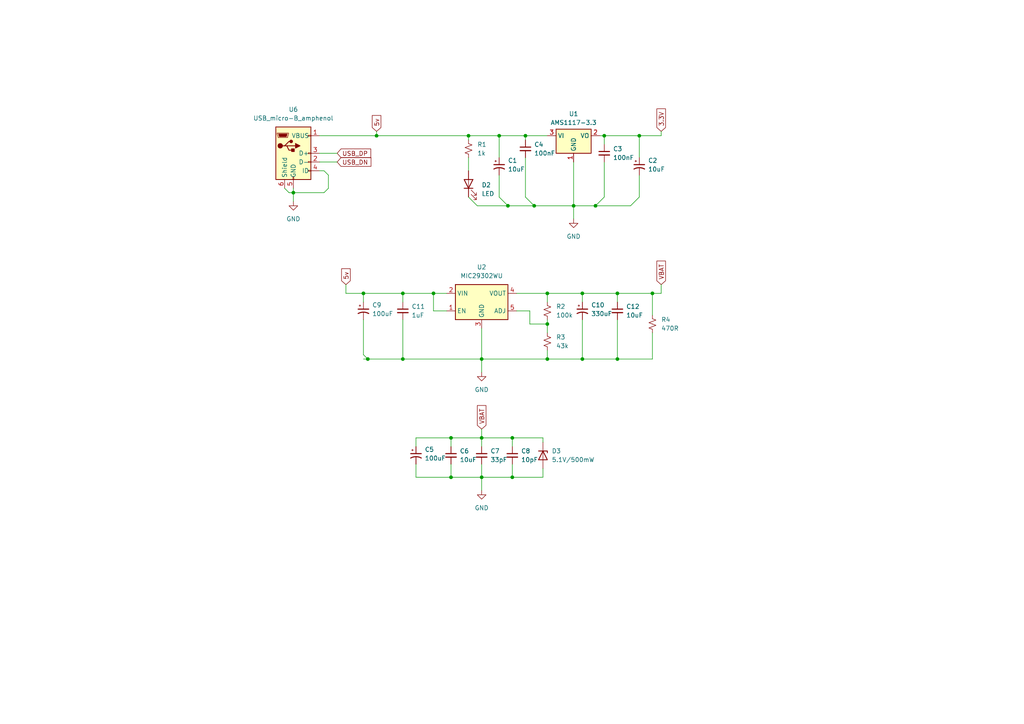
<source format=kicad_sch>
(kicad_sch (version 20230121) (generator eeschema)
  (paper "A4")
  (lib_symbols
    (symbol "Device:C_Polarized_Small_US" (pin_numbers hide) (pin_names (offset 0.254) hide)
      (property "Reference" "C" (at 0.254 1.778 0))
      (property "Value" "C_Polarized_Small_US" (at 0.254 -2.032 0))
      (symbol "C_Polarized_Small_US_0_1"
        (polyline (pts (xy -1.524 0.508) (xy 1.524 0.508)) (stroke (width 0.3048)))
        (polyline (pts (xy -1.27 1.524) (xy -0.762 1.524)))
        (polyline (pts (xy -1.016 1.27) (xy -1.016 1.778)))
        (arc (start 1.524 -0.762) (mid 0 -0.3734) (end -1.524 -0.762) (stroke (width 0.3048)))
      )
      (symbol "C_Polarized_Small_US_1_1"
        (pin passive line (at 0 2.54 270) (length 2.032) (name "~") (number "1"))
        (pin passive line (at 0 -2.54 90) (length 2.032) (name "~") (number "2"))
      )
    )
    (symbol "Device:C_Small" (pin_numbers hide) (pin_names (offset 0.254) hide)
      (property "Reference" "C" (at 0.254 1.778 0))
      (property "Value" "C_Small" (at 0.254 -2.032 0))
      (symbol "C_Small_0_1"
        (polyline (pts (xy -1.524 -0.508) (xy 1.524 -0.508)) (stroke (width 0.3302)))
        (polyline (pts (xy -1.524 0.508) (xy 1.524 0.508)) (stroke (width 0.3048)))
      )
      (symbol "C_Small_1_1"
        (pin passive line (at 0 2.54 270) (length 2.032) (name "~") (number "1"))
        (pin passive line (at 0 -2.54 90) (length 2.032) (name "~") (number "2"))
      )
    )
    (symbol "Device:D_Zener" (pin_numbers hide) (pin_names (offset 1.016) hide)
      (property "Reference" "D" (at 0 2.54 0))
      (property "Value" "D_Zener" (at 0 -2.54 0))
      (symbol "D_Zener_0_1"
        (polyline (pts (xy 1.27 0) (xy -1.27 0)))
        (polyline (pts (xy -1.27 -1.27) (xy -1.27 1.27) (xy -0.762 1.27)) (stroke (width 0.254)))
        (polyline (pts (xy 1.27 -1.27) (xy 1.27 1.27) (xy -1.27 0) (xy 1.27 -1.27)) (stroke (width 0.254)))
      )
      (symbol "D_Zener_1_1"
        (pin passive line (at -3.81 0 0) (length 2.54) (name "K") (number "1"))
        (pin passive line (at 3.81 0 180) (length 2.54) (name "A") (number "2"))
      )
    )
    (symbol "Device:LED" (pin_numbers hide) (pin_names (offset 1.016) hide)
      (property "Reference" "D" (at 0 2.54 0))
      (property "Value" "LED" (at 0 -2.54 0))
      (symbol "LED_0_1"
        (polyline (pts (xy -1.27 -1.27) (xy -1.27 1.27)) (stroke (width 0.254)))
        (polyline (pts (xy -1.27 0) (xy 1.27 0)))
        (polyline (pts (xy 1.27 -1.27) (xy 1.27 1.27) (xy -1.27 0) (xy 1.27 -1.27)) (stroke (width 0.254)))
        (polyline (pts (xy -3.048 -0.762) (xy -4.572 -2.286) (xy -3.81 -2.286) (xy -4.572 -2.286) (xy -4.572 -1.524)))
        (polyline (pts (xy -1.778 -0.762) (xy -3.302 -2.286) (xy -2.54 -2.286) (xy -3.302 -2.286) (xy -3.302 -1.524)))
      )
      (symbol "LED_1_1"
        (pin passive line (at -3.81 0 0) (length 2.54) (name "K") (number "1"))
        (pin passive line (at 3.81 0 180) (length 2.54) (name "A") (number "2"))
      )
    )
    (symbol "Device:R_Small_US" (pin_numbers hide) (pin_names (offset 0.254) hide)
      (property "Reference" "R" (at 0.762 0.508 0))
      (property "Value" "R_Small_US" (at 0.762 -1.016 0))
      (symbol "R_Small_US_1_1"
        (polyline (pts (xy 0 0) (xy 1.016 -0.381) (xy 0 -0.762) (xy -1.016 -1.143) (xy 0 -1.524)))
        (polyline (pts (xy 0 1.524) (xy 1.016 1.143) (xy 0 0.762) (xy -1.016 0.381) (xy 0 0)))
        (pin passive line (at 0 2.54 270) (length 1.016) (name "~") (number "1"))
        (pin passive line (at 0 -2.54 90) (length 1.016) (name "~") (number "2"))
      )
    )
    (symbol "My_Libraries:USB_B_micro"
      (property "Reference" "U" (at -6.35 6.35 0))
      (property "Value" "USB_micro-B_amphenol" (at 1.27 8.89 0))
      (symbol "USB_B_micro_0_1"
        (rectangle (start -5.08 -7.62) (end 5.08 7.62) (stroke (width 0.254)) (fill (type background)))
        (circle (center -3.81 2.159) (radius 0.635) (stroke (width 0.254)) (fill (type outline)))
        (circle (center -0.635 3.429) (radius 0.381) (stroke (width 0.254)) (fill (type outline)))
        (rectangle (start -0.127 -7.62) (end 0.127 -6.858))
        (polyline (pts (xy -1.905 2.159) (xy 0.635 2.159)) (stroke (width 0.254)))
        (polyline (pts (xy -3.175 2.159) (xy -2.54 2.159) (xy -1.27 3.429) (xy -0.635 3.429)) (stroke (width 0.254)))
        (polyline (pts (xy -2.54 2.159) (xy -1.905 2.159) (xy -1.27 0.889) (xy 0 0.889)) (stroke (width 0.254)))
        (polyline (pts (xy 0.635 2.794) (xy 0.635 1.524) (xy 1.905 2.159) (xy 0.635 2.794)) (stroke (width 0.254)) (fill (type outline)))
        (polyline (pts (xy -4.318 5.588) (xy -1.778 5.588) (xy -2.032 4.826) (xy -4.064 4.826) (xy -4.318 5.588)) (fill (type outline)))
        (polyline (pts (xy -4.699 5.842) (xy -4.699 5.588) (xy -4.445 4.826) (xy -4.445 4.572) (xy -1.651 4.572) (xy -1.651 4.826) (xy -1.397 5.588) (xy -1.397 5.842) (xy -4.699 5.842)))
        (rectangle (start 0.254 1.27) (end -0.508 0.508) (stroke (width 0.254)) (fill (type outline)))
        (rectangle (start 5.08 -5.207) (end 4.318 -4.953))
        (rectangle (start 5.08 -2.667) (end 4.318 -2.413))
        (rectangle (start 5.08 -0.127) (end 4.318 0.127))
        (rectangle (start 5.08 4.953) (end 4.318 5.207))
      )
      (symbol "USB_B_micro_1_1"
        (pin power_out line (at 7.62 5.08 180) (length 2.54) (name "VBUS") (number "1"))
        (pin bidirectional line (at 7.62 -2.54 180) (length 2.54) (name "D-") (number "2"))
        (pin bidirectional line (at 7.62 0 180) (length 2.54) (name "D+") (number "3"))
        (pin passive line (at 7.62 -5.08 180) (length 2.54) (name "ID") (number "4"))
        (pin power_out line (at 0 -10.16 90) (length 2.54) (name "GND") (number "5"))
        (pin passive line (at -2.54 -10.16 90) (length 2.54) (name "Shield") (number "6"))
      )
    )
    (symbol "Regulator_Linear:AMS1117-3.3"
      (property "Reference" "U" (at -3.81 3.175 0))
      (property "Value" "AMS1117-3.3" (at 0 3.175 0))
      (symbol "AMS1117-3.3_0_1"
        (rectangle (start -5.08 -5.08) (end 5.08 1.905) (stroke (width 0.254)) (fill (type background)))
      )
      (symbol "AMS1117-3.3_1_1"
        (pin power_in line (at 0 -7.62 90) (length 2.54) (name "GND") (number "1"))
        (pin power_out line (at 7.62 0 180) (length 2.54) (name "VO") (number "2"))
        (pin power_in line (at -7.62 0 0) (length 2.54) (name "VI") (number "3"))
      )
    )
    (symbol "Regulator_Linear:MIC29302WU"
      (property "Reference" "U" (at -6.35 6.35 0))
      (property "Value" "MIC29302WU" (at 2.54 6.35 0))
      (symbol "MIC29302WU_1_1"
        (rectangle (start -7.62 5.08) (end 7.62 -5.08) (stroke (width 0.254)) (fill (type background)))
        (pin input line (at -10.16 -2.54 0) (length 2.54) (name "EN") (number "1"))
        (pin power_in line (at -10.16 2.54 0) (length 2.54) (name "VIN") (number "2"))
        (pin power_in line (at 0 -7.62 90) (length 2.54) (name "GND") (number "3"))
        (pin power_out line (at 10.16 2.54 180) (length 2.54) (name "VOUT") (number "4"))
        (pin input line (at 10.16 -2.54 180) (length 2.54) (name "ADJ") (number "5"))
      )
    )
    (symbol "power:GND" (power) (pin_names (offset 0))
      (property "Value" "GND" (at 0 -3.81 0))
      (symbol "GND_0_1"
        (polyline (pts (xy 0 0) (xy 0 -1.27) (xy 1.27 -1.27) (xy 0 -2.54) (xy -1.27 -1.27) (xy 0 -1.27)))
      )
      (symbol "GND_1_1"
        (pin power_in line (at 0 0 270) (length 0) hide (name "GND") (number "1"))
      )
    )
  )
  (junction (at 105.41 85.09))
  (junction (at 179.07 104.14))
  (junction (at 130.81 138.43))
  (junction (at 152.4 39.37))
  (junction (at 179.07 85.09))
  (junction (at 125.73 85.09))
  (junction (at 148.59 138.43))
  (junction (at 168.91 104.14))
  (junction (at 139.7 138.43))
  (junction (at 158.75 104.14))
  (junction (at 168.91 85.09))
  (junction (at 158.75 93.98))
  (junction (at 139.7 104.14))
  (junction (at 139.7 127))
  (junction (at 166.37 59.69))
  (junction (at 130.81 127))
  (junction (at 158.75 85.09))
  (junction (at 135.89 39.37))
  (junction (at 144.78 39.37))
  (junction (at 116.84 85.09))
  (junction (at 148.59 127))
  (junction (at 109.22 39.37))
  (junction (at 116.84 104.14))
  (junction (at 85.09 55.88))
  (junction (at 185.42 39.37))
  (junction (at 172.72 59.69))
  (junction (at 106.68 104.14))
  (junction (at 147.32 59.69))
  (junction (at 154.94 59.69))
  (junction (at 175.26 39.37))
  (junction (at 189.23 85.09))
  (wire (pts (xy 139.7 104.14) (xy 158.75 104.14)))
  (wire (pts (xy 152.4 57.15) (xy 154.94 59.69)))
  (wire (pts (xy 148.59 138.43) (xy 148.59 134.62)))
  (wire (pts (xy 179.07 92.71) (xy 179.07 104.14)))
  (wire (pts (xy 158.75 85.09) (xy 158.75 87.63)))
  (wire (pts (xy 125.73 85.09) (xy 129.54 85.09)))
  (wire (pts (xy 185.42 57.15) (xy 182.88 59.69)))
  (wire (pts (xy 85.09 55.88) (xy 93.98 55.88)))
  (wire (pts (xy 135.89 39.37) (xy 144.78 39.37)))
  (wire (pts (xy 83.82 55.88) (xy 85.09 55.88)))
  (wire (pts (xy 185.42 39.37) (xy 185.42 45.72)))
  (wire (pts (xy 92.71 44.45) (xy 97.79 44.45)))
  (wire (pts (xy 138.43 59.69) (xy 147.32 59.69)))
  (wire (pts (xy 153.67 93.98) (xy 158.75 93.98)))
  (wire (pts (xy 139.7 95.25) (xy 139.7 104.14)))
  (wire (pts (xy 158.75 85.09) (xy 168.91 85.09)))
  (wire (pts (xy 106.68 104.14) (xy 116.84 104.14)))
  (wire (pts (xy 157.48 135.89) (xy 157.48 138.43)))
  (wire (pts (xy 179.07 87.63) (xy 179.07 85.09)))
  (wire (pts (xy 109.22 38.1) (xy 109.22 39.37)))
  (wire (pts (xy 135.89 45.72) (xy 135.89 49.53)))
  (wire (pts (xy 105.41 102.87) (xy 106.68 104.14)))
  (wire (pts (xy 125.73 90.17) (xy 125.73 85.09)))
  (wire (pts (xy 153.67 90.17) (xy 153.67 93.98)))
  (wire (pts (xy 168.91 85.09) (xy 168.91 87.63)))
  (wire (pts (xy 166.37 59.69) (xy 172.72 59.69)))
  (wire (pts (xy 158.75 104.14) (xy 168.91 104.14)))
  (wire (pts (xy 166.37 59.69) (xy 166.37 63.5)))
  (wire (pts (xy 139.7 138.43) (xy 139.7 142.24)))
  (wire (pts (xy 185.42 50.8) (xy 185.42 57.15)))
  (wire (pts (xy 139.7 104.14) (xy 139.7 107.95)))
  (wire (pts (xy 100.33 85.09) (xy 105.41 85.09)))
  (wire (pts (xy 95.25 54.61) (xy 93.98 55.88)))
  (wire (pts (xy 144.78 39.37) (xy 144.78 45.72)))
  (wire (pts (xy 144.78 57.15) (xy 147.32 59.69)))
  (wire (pts (xy 175.26 46.99) (xy 175.26 57.15)))
  (wire (pts (xy 179.07 104.14) (xy 189.23 104.14)))
  (wire (pts (xy 191.77 82.55) (xy 191.77 85.09)))
  (wire (pts (xy 191.77 39.37) (xy 191.77 38.1)))
  (wire (pts (xy 172.72 59.69) (xy 182.88 59.69)))
  (wire (pts (xy 152.4 45.72) (xy 152.4 57.15)))
  (wire (pts (xy 144.78 39.37) (xy 152.4 39.37)))
  (wire (pts (xy 100.33 82.55) (xy 100.33 85.09)))
  (wire (pts (xy 175.26 39.37) (xy 175.26 41.91)))
  (wire (pts (xy 105.41 85.09) (xy 116.84 85.09)))
  (wire (pts (xy 129.54 90.17) (xy 125.73 90.17)))
  (wire (pts (xy 149.86 90.17) (xy 153.67 90.17)))
  (wire (pts (xy 105.41 104.14) (xy 106.68 104.14)))
  (wire (pts (xy 148.59 127) (xy 157.48 127)))
  (wire (pts (xy 157.48 128.27) (xy 157.48 127)))
  (wire (pts (xy 130.81 134.62) (xy 130.81 138.43)))
  (wire (pts (xy 139.7 134.62) (xy 139.7 138.43)))
  (wire (pts (xy 139.7 138.43) (xy 148.59 138.43)))
  (wire (pts (xy 109.22 39.37) (xy 135.89 39.37)))
  (wire (pts (xy 175.26 39.37) (xy 185.42 39.37)))
  (wire (pts (xy 120.65 134.62) (xy 120.65 138.43)))
  (wire (pts (xy 120.65 129.54) (xy 120.65 127)))
  (wire (pts (xy 93.98 49.53) (xy 95.25 50.8)))
  (wire (pts (xy 168.91 92.71) (xy 168.91 104.14)))
  (wire (pts (xy 185.42 39.37) (xy 191.77 39.37)))
  (wire (pts (xy 120.65 138.43) (xy 130.81 138.43)))
  (wire (pts (xy 82.55 54.61) (xy 83.82 55.88)))
  (wire (pts (xy 189.23 85.09) (xy 191.77 85.09)))
  (wire (pts (xy 139.7 127) (xy 148.59 127)))
  (wire (pts (xy 130.81 127) (xy 139.7 127)))
  (wire (pts (xy 166.37 46.99) (xy 166.37 59.69)))
  (wire (pts (xy 168.91 104.14) (xy 179.07 104.14)))
  (wire (pts (xy 152.4 39.37) (xy 152.4 40.64)))
  (wire (pts (xy 130.81 138.43) (xy 139.7 138.43)))
  (wire (pts (xy 158.75 92.71) (xy 158.75 93.98)))
  (wire (pts (xy 116.84 104.14) (xy 139.7 104.14)))
  (wire (pts (xy 148.59 127) (xy 148.59 129.54)))
  (wire (pts (xy 92.71 49.53) (xy 93.98 49.53)))
  (wire (pts (xy 189.23 104.14) (xy 189.23 96.52)))
  (wire (pts (xy 92.71 39.37) (xy 109.22 39.37)))
  (wire (pts (xy 135.89 39.37) (xy 135.89 40.64)))
  (wire (pts (xy 116.84 85.09) (xy 125.73 85.09)))
  (wire (pts (xy 149.86 85.09) (xy 158.75 85.09)))
  (wire (pts (xy 139.7 124.46) (xy 139.7 127)))
  (wire (pts (xy 116.84 92.71) (xy 116.84 104.14)))
  (wire (pts (xy 95.25 50.8) (xy 95.25 54.61)))
  (wire (pts (xy 179.07 85.09) (xy 189.23 85.09)))
  (wire (pts (xy 85.09 55.88) (xy 85.09 58.42)))
  (wire (pts (xy 85.09 54.61) (xy 85.09 55.88)))
  (wire (pts (xy 105.41 85.09) (xy 105.41 87.63)))
  (wire (pts (xy 130.81 127) (xy 130.81 129.54)))
  (wire (pts (xy 116.84 85.09) (xy 116.84 87.63)))
  (wire (pts (xy 154.94 59.69) (xy 166.37 59.69)))
  (wire (pts (xy 139.7 127) (xy 139.7 129.54)))
  (wire (pts (xy 158.75 39.37) (xy 152.4 39.37)))
  (wire (pts (xy 175.26 57.15) (xy 172.72 59.69)))
  (wire (pts (xy 158.75 101.6) (xy 158.75 104.14)))
  (wire (pts (xy 157.48 138.43) (xy 148.59 138.43)))
  (wire (pts (xy 105.41 92.71) (xy 105.41 102.87)))
  (wire (pts (xy 147.32 59.69) (xy 154.94 59.69)))
  (wire (pts (xy 120.65 127) (xy 130.81 127)))
  (wire (pts (xy 179.07 85.09) (xy 168.91 85.09)))
  (wire (pts (xy 135.89 57.15) (xy 138.43 59.69)))
  (wire (pts (xy 158.75 93.98) (xy 158.75 96.52)))
  (wire (pts (xy 144.78 50.8) (xy 144.78 57.15)))
  (wire (pts (xy 92.71 46.99) (xy 97.79 46.99)))
  (wire (pts (xy 173.99 39.37) (xy 175.26 39.37)))
  (wire (pts (xy 189.23 85.09) (xy 189.23 91.44)))
  (global_label "USB_DP" (shape input) (at 97.79 44.45 0) (property "Intersheetrefs" "${INTERSHEET_REFS}" (effects hide)))
  (global_label "VBAT" (shape input) (at 191.77 82.55 90) (property "Intersheetrefs" "${INTERSHEET_REFS}" (effects hide)))
  (global_label "USB_DN" (shape input) (at 97.79 46.99 0) (property "Intersheetrefs" "${INTERSHEET_REFS}" (effects hide)))
  (global_label "3.3V" (shape input) (at 191.77 38.1 90) (property "Intersheetrefs" "${INTERSHEET_REFS}" (effects hide)))
  (global_label "5v" (shape input) (at 109.22 38.1 90) (property "Intersheetrefs" "${INTERSHEET_REFS}" (effects hide)))
  (global_label "5v" (shape input) (at 100.33 82.55 90) (property "Intersheetrefs" "${INTERSHEET_REFS}" (effects hide)))
  (global_label "VBAT" (shape input) (at 139.7 124.46 90) (property "Intersheetrefs" "${INTERSHEET_REFS}" (effects hide)))
  (symbol (lib_id "Device:C_Polarized_Small_US") (at 168.91 90.17 0) (unit 1)
    (property "Reference" "C10" (at 171.45 88.4682 0) (effects (justify left)))
    (property "Value" "330uF" (at 171.45 91.0082 0) (effects (justify left)))
    (property "Footprint" "Capacitor_SMD:CP_Elec_8x10" (effects hide))
  )
  (symbol (lib_id "Device:C_Small") (at 139.7 132.08 0) (unit 1)
    (property "Reference" "C7" (at 142.24 130.8163 0) (effects (justify left)))
    (property "Value" "33pF" (at 142.24 133.3563 0) (effects (justify left)))
    (property "Footprint" "Capacitor_SMD:C_0603_1608Metric_Pad1.08x0.95mm_HandSolder" (effects hide))
  )
  (symbol (lib_id "Device:R_Small_US") (at 158.75 99.06 0) (unit 1)
    (property "Reference" "R3" (at 161.29 97.79 0) (effects (justify left)))
    (property "Value" "43k" (at 161.29 100.33 0) (effects (justify left)))
    (property "Footprint" "Resistor_SMD:R_0603_1608Metric_Pad0.98x0.95mm_HandSolder" (effects hide))
  )
  (symbol (lib_id "Regulator_Linear:AMS1117-3.3") (at 166.37 39.37 0) (unit 1)
    (property "Reference" "U1" (at 166.37 33.02 0))
    (property "Value" "AMS1117-3.3" (at 166.37 35.56 0))
    (property "Footprint" "Package_TO_SOT_SMD:SOT-223-3_TabPin2" (effects hide))
    (property "Datasheet" "http://www.advanced-monolithic.com/pdf/ds1117.pdf" (effects hide))
  )
  (symbol (lib_id "My_Libraries:USB_B_micro") (at 85.09 44.45 0) (unit 1)
    (property "Reference" "U6" (at 85.09 31.75 0))
    (property "Value" "USB_micro-B_amphenol" (at 85.09 34.29 0))
    (property "Footprint" "user_footprint:USB_micro-B_amphenol_101181994_horizontal" (effects hide))
  )
  (symbol (lib_id "Device:C_Small") (at 130.81 132.08 0) (unit 1)
    (property "Reference" "C6" (at 133.35 130.8163 0) (effects (justify left)))
    (property "Value" "10uF" (at 133.35 133.3563 0) (effects (justify left)))
    (property "Footprint" "Capacitor_SMD:C_0603_1608Metric_Pad1.08x0.95mm_HandSolder" (effects hide))
  )
  (symbol (lib_id "Device:R_Small_US") (at 158.75 90.17 0) (unit 1)
    (property "Reference" "R2" (at 161.29 88.9 0) (effects (justify left)))
    (property "Value" "100k" (at 161.29 91.44 0) (effects (justify left)))
    (property "Footprint" "Resistor_SMD:R_0603_1608Metric_Pad0.98x0.95mm_HandSolder" (effects hide))
  )
  (symbol (lib_id "Device:C_Small") (at 179.07 90.17 0) (unit 1)
    (property "Reference" "C12" (at 181.61 88.9063 0) (effects (justify left)))
    (property "Value" "10uF" (at 181.61 91.4463 0) (effects (justify left)))
    (property "Footprint" "Capacitor_SMD:C_0603_1608Metric_Pad1.08x0.95mm_HandSolder" (effects hide))
  )
  (symbol (lib_id "Device:C_Polarized_Small_US") (at 185.42 48.26 0) (unit 1)
    (property "Reference" "C2" (at 187.96 46.5582 0) (effects (justify left)))
    (property "Value" "10uF" (at 187.96 49.0982 0) (effects (justify left)))
    (property "Footprint" "Capacitor_Tantalum_SMD:CP_EIA-3216-18_Kemet-A_Pad1.58x1.35mm_HandSolder" (effects hide))
  )
  (symbol (lib_id "power:GND") (at 166.37 63.5 0) (unit 1)
    (property "Reference" "#PWR02" (effects hide))
    (property "Value" "GND" (at 166.37 68.58 0))
  )
  (symbol (lib_id "Device:D_Zener") (at 157.48 132.08 270) (unit 1)
    (property "Reference" "D3" (at 160.02 130.81 90) (effects (justify left)))
    (property "Value" "5.1V/500mW " (at 160.02 133.35 90) (effects (justify left)))
    (property "Footprint" "Diode_SMD:D_SOD-123" (effects hide))
    (property "Datasheet" "https://cdn.ozdisan.com/ETicaret_Dosya/442761_8460610.pdf" (effects hide))
  )
  (symbol (lib_id "power:GND") (at 85.09 58.42 0) (unit 1)
    (property "Reference" "#PWR014" (effects hide))
    (property "Value" "GND" (at 85.09 63.5 0))
  )
  (symbol (lib_id "power:GND") (at 139.7 142.24 0) (unit 1)
    (property "Reference" "#PWR01" (effects hide))
    (property "Value" "GND" (at 139.7 147.32 0))
  )
  (symbol (lib_id "Device:LED") (at 135.89 53.34 90) (unit 1)
    (property "Reference" "D2" (at 139.7 53.6575 90) (effects (justify right)))
    (property "Value" "LED" (at 139.7 56.1975 90) (effects (justify right)))
    (property "Footprint" "LED_SMD:LED_0603_1608Metric_Pad1.05x0.95mm_HandSolder" (effects hide))
  )
  (symbol (lib_id "Device:C_Polarized_Small_US") (at 120.65 132.08 0) (unit 1)
    (property "Reference" "C5" (at 123.19 130.3782 0) (effects (justify left)))
    (property "Value" "100uF" (at 123.19 132.9182 0) (effects (justify left)))
    (property "Footprint" "Capacitor_Tantalum_SMD:CP_EIA-3216-18_Kemet-A_Pad1.58x1.35mm_HandSolder" (effects hide))
  )
  (symbol (lib_id "Device:C_Small") (at 148.59 132.08 0) (unit 1)
    (property "Reference" "C8" (at 151.13 130.8163 0) (effects (justify left)))
    (property "Value" "10pF" (at 151.13 133.3563 0) (effects (justify left)))
    (property "Footprint" "Capacitor_SMD:C_0603_1608Metric_Pad1.08x0.95mm_HandSolder" (effects hide))
  )
  (symbol (lib_id "Device:C_Small") (at 116.84 90.17 0) (unit 1)
    (property "Reference" "C11" (at 119.38 88.9063 0) (effects (justify left)))
    (property "Value" "1uF" (at 119.38 91.4463 0) (effects (justify left)))
    (property "Footprint" "Capacitor_SMD:C_0603_1608Metric_Pad1.08x0.95mm_HandSolder" (effects hide))
  )
  (symbol (lib_id "power:GND") (at 139.7 107.95 0) (unit 1)
    (property "Reference" "#PWR03" (effects hide))
    (property "Value" "GND" (at 139.7 113.03 0))
  )
  (symbol (lib_id "Device:C_Small") (at 152.4 43.18 0) (unit 1)
    (property "Reference" "C4" (at 154.94 41.9163 0) (effects (justify left)))
    (property "Value" "100nF" (at 154.94 44.4563 0) (effects (justify left)))
    (property "Footprint" "Capacitor_SMD:C_0603_1608Metric_Pad1.08x0.95mm_HandSolder" (effects hide))
  )
  (symbol (lib_id "Device:R_Small_US") (at 189.23 93.98 0) (unit 1)
    (property "Reference" "R4" (at 191.77 92.71 0) (effects (justify left)))
    (property "Value" "470R" (at 191.77 95.25 0) (effects (justify left)))
    (property "Footprint" "Resistor_SMD:R_0603_1608Metric_Pad0.98x0.95mm_HandSolder" (effects hide))
  )
  (symbol (lib_id "Device:C_Small") (at 175.26 44.45 0) (unit 1)
    (property "Reference" "C3" (at 177.8 43.1863 0) (effects (justify left)))
    (property "Value" "100nF" (at 177.8 45.7263 0) (effects (justify left)))
    (property "Footprint" "Capacitor_SMD:C_0603_1608Metric_Pad1.08x0.95mm_HandSolder" (effects hide))
  )
  (symbol (lib_id "Device:C_Polarized_Small_US") (at 105.41 90.17 0) (unit 1)
    (property "Reference" "C9" (at 107.95 88.4682 0) (effects (justify left)))
    (property "Value" "100uF" (at 107.95 91.0082 0) (effects (justify left)))
    (property "Footprint" "Capacitor_SMD:CP_Elec_8x10" (effects hide))
  )
  (symbol (lib_id "Device:R_Small_US") (at 135.89 43.18 0) (unit 1)
    (property "Reference" "R1" (at 138.43 41.91 0) (effects (justify left)))
    (property "Value" "1k" (at 138.43 44.45 0) (effects (justify left)))
    (property "Footprint" "Resistor_SMD:R_0603_1608Metric_Pad0.98x0.95mm_HandSolder" (effects hide))
  )
  (symbol (lib_id "Regulator_Linear:MIC29302WU") (at 139.7 87.63 0) (unit 1)
    (property "Reference" "U2" (at 139.7 77.47 0))
    (property "Value" "MIC29302WU" (at 139.7 80.01 0))
    (property "Footprint" "Package_TO_SOT_SMD:TO-263-5_TabPin3" (effects hide))
    (property "Datasheet" "http://ww1.microchip.com/downloads/en/devicedoc/20005685a.pdf" (effects hide))
  )
  (symbol (lib_id "Device:C_Polarized_Small_US") (at 144.78 48.26 0) (unit 1)
    (property "Reference" "C1" (at 147.32 46.5582 0) (effects (justify left)))
    (property "Value" "10uF" (at 147.32 49.0982 0) (effects (justify left)))
    (property "Footprint" "Capacitor_Tantalum_SMD:CP_EIA-3216-18_Kemet-A_Pad1.58x1.35mm_HandSolder" (effects hide))
  )
)
</source>
